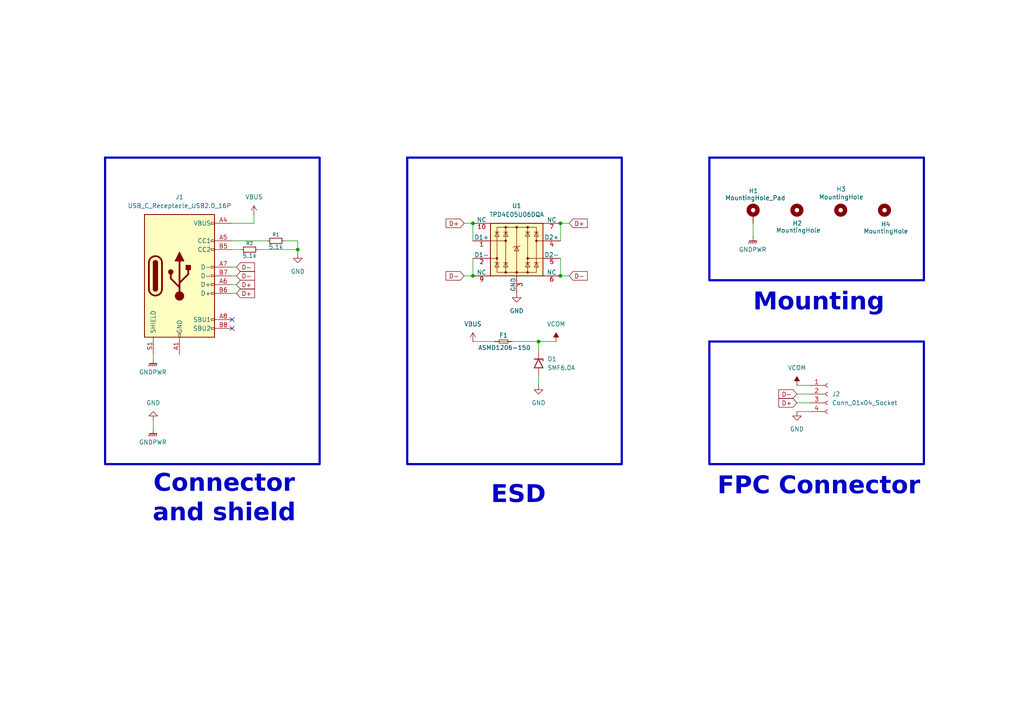
<source format=kicad_sch>
(kicad_sch (version 20250114) (generator "eeschema") (generator_version "9.0")
  (paper "A4")
  (lib_symbols
    (symbol "Connector:Conn_01x04_Socket" (pin_names (offset 1.016) (hide yes))
      (property "Reference" "J" (at 0 5.08 0))
      (property "Value" "Conn_01x04_Socket" (at 0 -7.62 0))
      (symbol "Conn_01x04_Socket_1_1"
        (polyline (pts (xy -1.27 2.54) (xy -0.508 2.54)) (stroke (width 0.1524)))
        (polyline (pts (xy -1.27 0) (xy -0.508 0)) (stroke (width 0.1524)))
        (polyline (pts (xy -1.27 -2.54) (xy -0.508 -2.54)) (stroke (width 0.1524)))
        (polyline (pts (xy -1.27 -5.08) (xy -0.508 -5.08)) (stroke (width 0.1524)))
        (arc (start 0 2.032) (mid -0.5058 2.54) (end 0 3.048) (stroke (width 0.1524)))
        (arc (start 0 -0.508) (mid -0.5058 0) (end 0 0.508) (stroke (width 0.1524)))
        (arc (start 0 -3.048) (mid -0.5058 -2.54) (end 0 -2.032) (stroke (width 0.1524)))
        (arc (start 0 -5.588) (mid -0.5058 -5.08) (end 0 -4.572) (stroke (width 0.1524)))
        (pin passive line (at -5.08 2.54 0) (length 3.81) (name "Pin_1") (number "1"))
        (pin passive line (at -5.08 0 0) (length 3.81) (name "Pin_2") (number "2"))
        (pin passive line (at -5.08 -2.54 0) (length 3.81) (name "Pin_3") (number "3"))
        (pin passive line (at -5.08 -5.08 0) (length 3.81) (name "Pin_4") (number "4"))
      )
    )
    (symbol "Connector:USB_C_Receptacle_USB2.0_16P" (pin_names (offset 1.016))
      (property "Reference" "J" (at 0 22.225 0))
      (property "Value" "USB_C_Receptacle_USB2.0_16P" (at 0 19.685 0))
      (symbol "USB_C_Receptacle_USB2.0_16P_0_0"
        (rectangle (start -0.254 -17.78) (end 0.254 -16.764))
        (rectangle (start 10.16 15.494) (end 9.144 14.986))
        (rectangle (start 10.16 10.414) (end 9.144 9.906))
        (rectangle (start 10.16 7.874) (end 9.144 7.366))
        (rectangle (start 10.16 2.794) (end 9.144 2.286))
        (rectangle (start 10.16 0.254) (end 9.144 -0.254))
        (rectangle (start 10.16 -2.286) (end 9.144 -2.794))
        (rectangle (start 10.16 -4.826) (end 9.144 -5.334))
        (rectangle (start 10.16 -12.446) (end 9.144 -12.954))
        (rectangle (start 10.16 -14.986) (end 9.144 -15.494))
      )
      (symbol "USB_C_Receptacle_USB2.0_16P_0_1"
        (rectangle (start -10.16 17.78) (end 10.16 -17.78) (stroke (width 0.254)) (fill (type background)))
        (polyline (pts (xy -8.89 -3.81) (xy -8.89 3.81)) (stroke (width 0.508)))
        (rectangle (start -7.62 -3.81) (end -6.35 3.81) (stroke (width 0.254)) (fill (type outline)))
        (arc (start -7.62 3.81) (mid -6.985 4.4423) (end -6.35 3.81) (stroke (width 0.254)))
        (arc (start -7.62 3.81) (mid -6.985 4.4423) (end -6.35 3.81) (stroke (width 0.254)) (fill (type outline)))
        (arc (start -8.89 3.81) (mid -6.985 5.7067) (end -5.08 3.81) (stroke (width 0.508)))
        (arc (start -5.08 -3.81) (mid -6.985 -5.7067) (end -8.89 -3.81) (stroke (width 0.508)))
        (arc (start -6.35 -3.81) (mid -6.985 -4.4423) (end -7.62 -3.81) (stroke (width 0.254)))
        (arc (start -6.35 -3.81) (mid -6.985 -4.4423) (end -7.62 -3.81) (stroke (width 0.254)) (fill (type outline)))
        (polyline (pts (xy -5.08 3.81) (xy -5.08 -3.81)) (stroke (width 0.508)))
        (circle (center -2.54 1.143) (radius 0.635) (stroke (width 0.254)) (fill (type outline)))
        (polyline (pts (xy -1.27 4.318) (xy 0 6.858) (xy 1.27 4.318) (xy -1.27 4.318)) (stroke (width 0.254)) (fill (type outline)))
        (polyline (pts (xy 0 -2.032) (xy 2.54 0.508) (xy 2.54 1.778)) (stroke (width 0.508)))
        (polyline (pts (xy 0 -3.302) (xy -2.54 -0.762) (xy -2.54 0.508)) (stroke (width 0.508)))
        (polyline (pts (xy 0 -5.842) (xy 0 4.318)) (stroke (width 0.508)))
        (circle (center 0 -5.842) (radius 1.27) (fill (type outline)))
        (rectangle (start 1.905 1.778) (end 3.175 3.048) (stroke (width 0.254)) (fill (type outline)))
      )
      (symbol "USB_C_Receptacle_USB2.0_16P_1_1"
        (pin passive line (at -7.62 -22.86 90) (length 5.08) (name "SHIELD") (number "S1"))
        (pin passive line (at 0 -22.86 90) (length 5.08) (name "GND") (number "A1"))
        (pin passive line (at 0 -22.86 90) (length 5.08) (hide yes) (name "GND") (number "A12"))
        (pin passive line (at 0 -22.86 90) (length 5.08) (hide yes) (name "GND") (number "B1"))
        (pin passive line (at 0 -22.86 90) (length 5.08) (hide yes) (name "GND") (number "B12"))
        (pin passive line (at 15.24 15.24 180) (length 5.08) (name "VBUS") (number "A4"))
        (pin passive line (at 15.24 15.24 180) (length 5.08) (hide yes) (name "VBUS") (number "A9"))
        (pin passive line (at 15.24 15.24 180) (length 5.08) (hide yes) (name "VBUS") (number "B4"))
        (pin passive line (at 15.24 15.24 180) (length 5.08) (hide yes) (name "VBUS") (number "B9"))
        (pin bidirectional line (at 15.24 10.16 180) (length 5.08) (name "CC1") (number "A5"))
        (pin bidirectional line (at 15.24 7.62 180) (length 5.08) (name "CC2") (number "B5"))
        (pin bidirectional line (at 15.24 2.54 180) (length 5.08) (name "D-") (number "A7"))
        (pin bidirectional line (at 15.24 0 180) (length 5.08) (name "D-") (number "B7"))
        (pin bidirectional line (at 15.24 -2.54 180) (length 5.08) (name "D+") (number "A6"))
        (pin bidirectional line (at 15.24 -5.08 180) (length 5.08) (name "D+") (number "B6"))
        (pin bidirectional line (at 15.24 -12.7 180) (length 5.08) (name "SBU1") (number "A8"))
        (pin bidirectional line (at 15.24 -15.24 180) (length 5.08) (name "SBU2") (number "B8"))
      )
    )
    (symbol "Device:Fuse_Small" (pin_numbers (hide yes)) (pin_names (offset 0.254) (hide yes))
      (property "Reference" "F" (at 0 -1.524 0))
      (property "Value" "Fuse_Small" (at 0 1.524 0))
      (symbol "Fuse_Small_0_1"
        (rectangle (start -1.27 0.508) (end 1.27 -0.508))
        (polyline (pts (xy -1.27 0) (xy 1.27 0)))
      )
      (symbol "Fuse_Small_1_1"
        (pin passive line (at -2.54 0 0) (length 1.27) (name "~") (number "1"))
        (pin passive line (at 2.54 0 180) (length 1.27) (name "~") (number "2"))
      )
    )
    (symbol "Device:R_Small" (pin_numbers (hide yes)) (pin_names (offset 0.254) (hide yes))
      (property "Reference" "R" (at 0 0 90))
      (property "Value" "R_Small" (at 1.778 0 90))
      (symbol "R_Small_0_1"
        (rectangle (start -0.762 1.778) (end 0.762 -1.778) (stroke (width 0.2032)))
      )
      (symbol "R_Small_1_1"
        (pin passive line (at 0 2.54 270) (length 0.762) (name "~") (number "1"))
        (pin passive line (at 0 -2.54 90) (length 0.762) (name "~") (number "2"))
      )
    )
    (symbol "Diode:SMF6V0A" (pin_numbers (hide yes)) (pin_names (offset 1.016) (hide yes))
      (property "Reference" "D" (at 0 2.54 0))
      (property "Value" "SMF6V0A" (at 0 -2.54 0))
      (symbol "SMF6V0A_0_1"
        (polyline (pts (xy -0.762 1.27) (xy -1.27 1.27) (xy -1.27 -1.27)) (stroke (width 0.254)))
        (polyline (pts (xy 1.27 1.27) (xy 1.27 -1.27) (xy -1.27 0) (xy 1.27 1.27)) (stroke (width 0.254)))
      )
      (symbol "SMF6V0A_1_1"
        (pin passive line (at -3.81 0 0) (length 2.54) (name "A1") (number "1"))
        (pin passive line (at 3.81 0 180) (length 2.54) (name "A2") (number "2"))
      )
    )
    (symbol "Mechanical:MountingHole" (pin_names (offset 1.016)) (in_bom no)
      (property "Reference" "H" (at 0 5.08 0))
      (property "Value" "MountingHole" (at 0 3.175 0))
      (symbol "MountingHole_0_1"
        (circle (center 0 0) (radius 1.27) (stroke (width 1.27)))
      )
    )
    (symbol "Mechanical:MountingHole_Pad" (pin_numbers (hide yes)) (pin_names (offset 1.016) (hide yes)) (in_bom no)
      (property "Reference" "H" (at 0 6.35 0))
      (property "Value" "MountingHole_Pad" (at 0 4.445 0))
      (symbol "MountingHole_Pad_0_1"
        (circle (center 0 1.27) (radius 1.27) (stroke (width 1.27)))
      )
      (symbol "MountingHole_Pad_1_1"
        (pin input line (at 0 -2.54 90) (length 2.54) (name "1") (number "1"))
      )
    )
    (symbol "Power_Protection:TPD4E05U06DQA" (pin_names (offset 0))
      (property "Reference" "U" (at -0.635 8.89 0))
      (property "Value" "TPD4E05U06DQA" (at 1.905 -10.16 0))
      (symbol "TPD4E05U06DQA_0_0"
        (rectangle (start -5.715 6.477) (end 5.715 -6.604))
        (polyline (pts (xy -3.175 -6.604) (xy -3.175 6.477)))
        (polyline (pts (xy 0 6.477) (xy 0 -6.604)))
        (polyline (pts (xy 3.175 6.477) (xy 3.175 -6.604)))
      )
      (symbol "TPD4E05U06DQA_0_1"
        (polyline (pts (xy -7.747 2.54) (xy -3.175 2.54)))
        (rectangle (start -7.62 7.62) (end 7.62 -7.62) (stroke (width 0.254)) (fill (type background)))
        (polyline (pts (xy -7.62 -2.54) (xy -5.715 -2.54)))
        (circle (center -5.715 -2.54) (radius 0.2794) (fill (type outline)))
        (polyline (pts (xy -5.08 5.08) (xy -6.35 5.08)))
        (polyline (pts (xy -5.08 3.81) (xy -6.35 3.81) (xy -5.715 5.08) (xy -5.08 3.81)))
        (polyline (pts (xy -5.08 -3.81) (xy -6.35 -3.81)))
        (polyline (pts (xy -5.08 -5.08) (xy -6.35 -5.08) (xy -5.715 -3.81) (xy -5.08 -5.08)))
        (circle (center -3.175 6.477) (radius 0.2794) (fill (type outline)))
        (circle (center -3.175 2.54) (radius 0.2794) (fill (type outline)))
        (circle (center -3.175 -6.604) (radius 0.2794) (fill (type outline)))
        (polyline (pts (xy -2.54 5.08) (xy -3.81 5.08)))
        (polyline (pts (xy -2.54 3.81) (xy -3.81 3.81) (xy -3.175 5.08) (xy -2.54 3.81)))
        (polyline (pts (xy -2.54 -3.81) (xy -3.81 -3.81)))
        (polyline (pts (xy -2.54 -5.08) (xy -3.81 -5.08) (xy -3.175 -3.81) (xy -2.54 -5.08)))
        (polyline (pts (xy -0.635 0.889) (xy -1.016 0.635)))
        (circle (center 0 6.477) (radius 0.2794) (fill (type outline)))
        (polyline (pts (xy 0 -6.604) (xy 0 -7.62)))
        (circle (center 0 -6.604) (radius 0.2794) (fill (type outline)))
        (polyline (pts (xy 0.635 0.889) (xy -0.635 0.889)))
        (polyline (pts (xy 0.635 0.889) (xy 1.016 1.143)))
        (polyline (pts (xy 0.635 -0.381) (xy -0.635 -0.381) (xy 0 0.889) (xy 0.635 -0.381)))
        (circle (center 3.175 6.477) (radius 0.2794) (fill (type outline)))
        (circle (center 3.175 -2.54) (radius 0.2794) (fill (type outline)))
        (circle (center 3.175 -6.604) (radius 0.2794) (fill (type outline)))
        (polyline (pts (xy 3.81 5.08) (xy 2.54 5.08)))
        (polyline (pts (xy 3.81 3.81) (xy 2.54 3.81) (xy 3.175 5.08) (xy 3.81 3.81)))
        (polyline (pts (xy 3.81 -3.81) (xy 2.54 -3.81)))
        (polyline (pts (xy 3.81 -5.08) (xy 2.54 -5.08) (xy 3.175 -3.81) (xy 3.81 -5.08)))
        (circle (center 5.715 2.54) (radius 0.2794) (fill (type outline)))
        (polyline (pts (xy 6.35 5.08) (xy 5.08 5.08)))
        (polyline (pts (xy 6.35 3.81) (xy 5.08 3.81) (xy 5.715 5.08) (xy 6.35 3.81)))
        (polyline (pts (xy 6.35 -3.81) (xy 5.08 -3.81)))
        (polyline (pts (xy 6.35 -5.08) (xy 5.08 -5.08) (xy 5.715 -3.81) (xy 6.35 -5.08)))
        (polyline (pts (xy 7.62 2.54) (xy 5.715 2.54)))
        (polyline (pts (xy 7.62 -2.54) (xy 3.175 -2.54)))
      )
      (symbol "TPD4E05U06DQA_1_1"
        (pin free line (at -12.7 7.62 0) (length 5.08) (name "NC") (number "10"))
        (pin passive line (at -12.7 2.54 0) (length 5.08) (name "D1+") (number "1"))
        (pin passive line (at -12.7 -2.54 0) (length 5.08) (name "D1-") (number "2"))
        (pin free line (at -12.7 -7.62 0) (length 5.08) (name "NC") (number "9"))
        (pin power_in line (at 0 -12.7 90) (length 5.08) (name "GND") (number "3"))
        (pin passive line (at 0 -12.7 90) (length 5.08) (hide yes) (name "GND") (number "8"))
        (pin free line (at 12.7 7.62 180) (length 5.08) (name "NC") (number "7"))
        (pin passive line (at 12.7 2.54 180) (length 5.08) (name "D2+") (number "4"))
        (pin passive line (at 12.7 -2.54 180) (length 5.08) (name "D2-") (number "5"))
        (pin free line (at 12.7 -7.62 180) (length 5.08) (name "NC") (number "6"))
      )
    )
    (symbol "power:GND" (power) (pin_numbers (hide yes)) (pin_names (offset 0) (hide yes))
      (property "Value" "GND" (at 0 -3.81 0))
      (symbol "GND_0_1"
        (polyline (pts (xy 0 0) (xy 0 -1.27) (xy 1.27 -1.27) (xy 0 -2.54) (xy -1.27 -1.27) (xy 0 -1.27)))
      )
      (symbol "GND_1_1"
        (pin power_in line (at 0 0 270) (length 0) (name "~") (number "1"))
      )
    )
    (symbol "power:GNDPWR" (power) (pin_numbers (hide yes)) (pin_names (offset 0) (hide yes))
      (property "Value" "GNDPWR" (at 0 -3.302 0))
      (symbol "GNDPWR_0_1"
        (polyline (pts (xy -1.016 -1.27) (xy -1.27 -2.032) (xy -1.27 -2.032)) (stroke (width 0.2032)))
        (polyline (pts (xy -0.508 -1.27) (xy -0.762 -2.032) (xy -0.762 -2.032)) (stroke (width 0.2032)))
        (polyline (pts (xy 0 -1.27) (xy 0 0)))
        (polyline (pts (xy 0 -1.27) (xy -0.254 -2.032) (xy -0.254 -2.032)) (stroke (width 0.2032)))
        (polyline (pts (xy 0.508 -1.27) (xy 0.254 -2.032) (xy 0.254 -2.032)) (stroke (width 0.2032)))
        (polyline (pts (xy 1.016 -1.27) (xy -1.016 -1.27) (xy -1.016 -1.27)) (stroke (width 0.2032)))
        (polyline (pts (xy 1.016 -1.27) (xy 0.762 -2.032) (xy 0.762 -2.032) (xy 0.762 -2.032)) (stroke (width 0.2032)))
      )
      (symbol "GNDPWR_1_1"
        (pin power_in line (at 0 0 270) (length 0) (name "~") (number "1"))
      )
    )
    (symbol "power:VBUS" (power) (pin_numbers (hide yes)) (pin_names (offset 0) (hide yes))
      (property "Value" "VBUS" (at 0 3.556 0))
      (symbol "VBUS_0_1"
        (polyline (pts (xy -0.762 1.27) (xy 0 2.54)))
        (polyline (pts (xy 0 2.54) (xy 0.762 1.27)))
        (polyline (pts (xy 0 0) (xy 0 2.54)))
      )
      (symbol "VBUS_1_1"
        (pin power_in line (at 0 0 90) (length 0) (name "~") (number "1"))
      )
    )
    (symbol "power:VCOM" (power) (pin_numbers (hide yes)) (pin_names (offset 0) (hide yes))
      (property "Value" "VCOM" (at 0 3.556 0))
      (symbol "VCOM_0_1"
        (polyline (pts (xy 0 0) (xy 0 2.54)))
        (polyline (pts (xy 0.762 1.27) (xy -0.762 1.27) (xy 0 2.54) (xy 0.762 1.27)) (fill (type outline)))
      )
      (symbol "VCOM_1_1"
        (pin power_in line (at 0 0 90) (length 0) (name "~") (number "1"))
      )
    )
  )
  (rectangle (start 205.74 99.06) (end 267.97 134.62) (stroke (width 0.635)))
  (rectangle (start 118.11 45.72) (end 180.34 134.62) (stroke (width 0.635)))
  (rectangle (start 205.74 45.72) (end 267.97 81.28) (stroke (width 0.635)))
  (rectangle (start 30.48 45.72) (end 92.71 134.62) (stroke (width 0.635)))
  (text "FPC Connector" (at 237.49 142.494 0) (effects (font (size 5.08 5.08) (thickness 0.254) (bold yes))))
  (text "Connector\nand shield" (at 65.024 146.05 0) (effects (font (size 5.08 5.08) (thickness 0.254) (bold yes))))
  (text "Mounting" (at 237.49 89.154 0) (effects (font (size 5.08 5.08) (thickness 0.254) (bold yes))))
  (text "ESD" (at 150.368 145.034 0) (effects (font (size 5.08 5.08) (thickness 0.254) (bold yes))))
  (junction (at 162.56 64.77))
  (junction (at 156.21 99.06))
  (junction (at 137.16 80.01))
  (junction (at 162.56 80.01))
  (junction (at 86.36 72.39))
  (junction (at 137.16 64.77))
  (no_connect (at 67.31 95.25))
  (no_connect (at 67.31 92.71))
  (wire (pts (xy 231.14 111.76) (xy 234.95 111.76)))
  (wire (pts (xy 162.56 80.01) (xy 165.1 80.01)))
  (wire (pts (xy 73.66 62.23) (xy 73.66 64.77)))
  (wire (pts (xy 74.93 72.39) (xy 86.36 72.39)))
  (wire (pts (xy 231.14 114.3) (xy 234.95 114.3)))
  (wire (pts (xy 68.58 85.09) (xy 67.31 85.09)))
  (wire (pts (xy 68.58 82.55) (xy 67.31 82.55)))
  (wire (pts (xy 68.58 77.47) (xy 67.31 77.47)))
  (wire (pts (xy 137.16 80.01) (xy 137.16 74.93)))
  (wire (pts (xy 86.36 73.66) (xy 86.36 72.39)))
  (wire (pts (xy 137.16 64.77) (xy 137.16 69.85)))
  (wire (pts (xy 218.44 68.58) (xy 218.44 64.77)))
  (wire (pts (xy 134.62 64.77) (xy 137.16 64.77)))
  (wire (pts (xy 137.16 99.06) (xy 143.51 99.06)))
  (wire (pts (xy 67.31 69.85) (xy 77.47 69.85)))
  (wire (pts (xy 82.55 69.85) (xy 86.36 69.85)))
  (wire (pts (xy 44.45 124.46) (xy 44.45 121.92)))
  (wire (pts (xy 68.58 80.01) (xy 67.31 80.01)))
  (wire (pts (xy 162.56 64.77) (xy 162.56 69.85)))
  (wire (pts (xy 156.21 99.06) (xy 161.29 99.06)))
  (wire (pts (xy 86.36 69.85) (xy 86.36 72.39)))
  (wire (pts (xy 231.14 119.38) (xy 234.95 119.38)))
  (wire (pts (xy 134.62 80.01) (xy 137.16 80.01)))
  (wire (pts (xy 73.66 64.77) (xy 67.31 64.77)))
  (wire (pts (xy 165.1 64.77) (xy 162.56 64.77)))
  (wire (pts (xy 162.56 74.93) (xy 162.56 80.01)))
  (wire (pts (xy 156.21 99.06) (xy 156.21 101.6)))
  (wire (pts (xy 148.59 99.06) (xy 156.21 99.06)))
  (wire (pts (xy 231.14 116.84) (xy 234.95 116.84)))
  (wire (pts (xy 44.45 104.14) (xy 44.45 102.87)))
  (wire (pts (xy 67.31 72.39) (xy 69.85 72.39)))
  (wire (pts (xy 156.21 109.22) (xy 156.21 111.76)))
  (global_label "D-" (shape input) (at 68.58 77.47 0) (property "Intersheetrefs" "${INTERSHEET_REFS}" (effects (hide yes))))
  (global_label "D-" (shape input) (at 68.58 80.01 0) (property "Intersheetrefs" "${INTERSHEET_REFS}" (effects (hide yes))))
  (global_label "D+" (shape input) (at 134.62 64.77 180) (property "Intersheetrefs" "${INTERSHEET_REFS}" (effects (hide yes))))
  (global_label "D-" (shape input) (at 231.14 114.3 180) (property "Intersheetrefs" "${INTERSHEET_REFS}" (effects (hide yes))))
  (global_label "D-" (shape input) (at 134.62 80.01 180) (property "Intersheetrefs" "${INTERSHEET_REFS}" (effects (hide yes))))
  (global_label "D+" (shape input) (at 68.58 82.55 0) (property "Intersheetrefs" "${INTERSHEET_REFS}" (effects (hide yes))))
  (global_label "D-" (shape input) (at 165.1 80.01 0) (property "Intersheetrefs" "${INTERSHEET_REFS}" (effects (hide yes))))
  (global_label "D+" (shape input) (at 231.14 116.84 180) (property "Intersheetrefs" "${INTERSHEET_REFS}" (effects (hide yes))))
  (global_label "D+" (shape input) (at 165.1 64.77 0) (property "Intersheetrefs" "${INTERSHEET_REFS}" (effects (hide yes))))
  (global_label "D+" (shape input) (at 68.58 85.09 0) (property "Intersheetrefs" "${INTERSHEET_REFS}" (effects (hide yes))))
  (symbol (lib_id "Mechanical:MountingHole") (at 256.54 60.96 0) (unit 1) (in_bom no)
    (property "Reference" "H4" (at 255.524 65.024 0) (effects (justify left)))
    (property "Value" "MountingHole" (at 250.444 67.056 0) (effects (justify left)))
    (property "Footprint" "MountingHole:MountingHole_2.2mm_M2" (effects (hide yes)))
    (property "Description" "Mounting Hole without connection" (effects (hide yes)))
  )
  (symbol (lib_id "Diode:SMF6V0A") (at 156.21 105.41 270) (unit 1)
    (property "Reference" "D1" (at 158.75 104.1399 90) (effects (justify left)))
    (property "Value" "SMF6.0A" (at 158.75 106.6799 90) (effects (justify left)))
    (property "Footprint" "Diode_SMD:D_SOD-123" (effects (hide yes)))
    (property "Datasheet" "https://www.vishay.com/doc?85881" (effects (hide yes)))
    (property "Description" "200W unidirectional Transil Transient Voltage Suppressor, 6Vrwm, SMF" (effects (hide yes)))
  )
  (symbol (lib_id "Mechanical:MountingHole_Pad") (at 218.44 62.23 0) (unit 1) (in_bom no)
    (property "Reference" "H1" (at 217.17 55.372 0) (effects (justify left)))
    (property "Value" "MountingHole_Pad" (at 210.312 57.404 0) (effects (justify left)))
    (property "Footprint" "MountingHole:MountingHole_2.2mm_M2_DIN965_Pad" (effects (hide yes)))
    (property "Description" "Mounting Hole with connection" (effects (hide yes)))
  )
  (symbol (lib_id "power:VBUS") (at 73.66 62.23 0) (unit 1)
    (property "Reference" "#PWR01" (effects (hide yes)))
    (property "Value" "VBUS" (at 73.66 57.15 0))
    (property "Description" "Power symbol creates a global label with name \"VBUS\"" (effects (hide yes)))
  )
  (symbol (lib_id "power:GND") (at 44.45 121.92 180) (unit 1)
    (property "Reference" "#PWR04" (effects (hide yes)))
    (property "Value" "GND" (at 44.45 116.84 0))
    (property "Description" "Power symbol creates a global label with name \"GND\" , ground" (effects (hide yes)))
  )
  (symbol (lib_id "Device:R_Small") (at 72.39 72.39 90) (unit 1)
    (property "Reference" "R2" (at 72.39 70.612 90) (effects (font (size 1.016 1.016))))
    (property "Value" "5.1k" (at 72.39 74.168 90))
    (property "Footprint" "Resistor_SMD:R_0402_1005Metric" (effects (hide yes)))
    (property "Description" "Resistor, small symbol" (effects (hide yes)))
  )
  (symbol (lib_id "power:GNDPWR") (at 218.44 68.58 0) (unit 1)
    (property "Reference" "#PWR09" (effects (hide yes)))
    (property "Value" "GNDPWR" (at 218.313 72.39 0))
    (property "Description" "Power symbol creates a global label with name \"GNDPWR\" , global ground" (effects (hide yes)))
  )
  (symbol (lib_id "power:VBUS") (at 137.16 99.06 0) (unit 1)
    (property "Reference" "#PWR06" (effects (hide yes)))
    (property "Value" "VBUS" (at 137.16 93.98 0))
    (property "Description" "Power symbol creates a global label with name \"VBUS\"" (effects (hide yes)))
  )
  (symbol (lib_id "Connector:Conn_01x04_Socket") (at 240.03 114.3 0) (unit 1)
    (property "Reference" "J2" (at 241.3 114.2999 0) (effects (justify left)))
    (property "Value" "Conn_01x04_Socket" (at 241.3 116.8399 0) (effects (justify left)))
    (property "Footprint" "Connector_FFC-FPC:Amphenol_F32R-1A7x1-11004_1x04-1MP_P0.5mm_Horizontal" (effects (hide yes)))
    (property "Description" "Generic connector, single row, 01x04, script generated" (effects (hide yes)))
  )
  (symbol (lib_id "power:GND") (at 149.86 85.09 0) (unit 1)
    (property "Reference" "#PWR012" (effects (hide yes)))
    (property "Value" "GND" (at 149.86 90.17 0))
    (property "Description" "Power symbol creates a global label with name \"GND\" , ground" (effects (hide yes)))
  )
  (symbol (lib_id "power:VCOM") (at 231.14 111.76 0) (unit 1)
    (property "Reference" "#PWR011" (effects (hide yes)))
    (property "Value" "VCOM" (at 231.14 106.68 0))
    (property "Description" "Power symbol creates a global label with name \"VCOM\"" (effects (hide yes)))
  )
  (symbol (lib_id "power:GND") (at 86.36 73.66 0) (unit 1)
    (property "Reference" "#PWR02" (effects (hide yes)))
    (property "Value" "GND" (at 86.36 78.74 0))
    (property "Description" "Power symbol creates a global label with name \"GND\" , ground" (effects (hide yes)))
  )
  (symbol (lib_id "Connector:USB_C_Receptacle_USB2.0_16P") (at 52.07 80.01 0) (unit 1)
    (property "Reference" "J1" (at 52.07 57.15 0))
    (property "Value" "USB_C_Receptacle_USB2.0_16P" (at 52.07 59.69 0))
    (property "Footprint" "Connector_USB:USB_C_Receptacle_HRO_TYPE-C-31-M-12" (effects (hide yes)))
    (property "Datasheet" "https://www.usb.org/sites/default/files/documents/usb_type-c.zip" (effects (hide yes)))
    (property "Description" "USB 2.0-only 16P Type-C Receptacle connector" (effects (hide yes)))
  )
  (symbol (lib_id "power:GND") (at 231.14 119.38 0) (unit 1)
    (property "Reference" "#PWR010" (effects (hide yes)))
    (property "Value" "GND" (at 231.14 124.46 0))
    (property "Description" "Power symbol creates a global label with name \"GND\" , ground" (effects (hide yes)))
  )
  (symbol (lib_id "Mechanical:MountingHole") (at 231.14 60.96 0) (unit 1) (in_bom no)
    (property "Reference" "H2" (at 229.87 64.77 0) (effects (justify left)))
    (property "Value" "MountingHole" (at 225.044 66.802 0) (effects (justify left)))
    (property "Footprint" "MountingHole:MountingHole_2.2mm_M2" (effects (hide yes)))
    (property "Description" "Mounting Hole without connection" (effects (hide yes)))
  )
  (symbol (lib_id "power:GND") (at 156.21 111.76 0) (unit 1)
    (property "Reference" "#PWR07" (effects (hide yes)))
    (property "Value" "GND" (at 156.21 116.84 0))
    (property "Description" "Power symbol creates a global label with name \"GND\" , ground" (effects (hide yes)))
  )
  (symbol (lib_id "power:VCOM") (at 161.29 99.06 0) (unit 1)
    (property "Reference" "#PWR08" (effects (hide yes)))
    (property "Value" "VCOM" (at 161.29 93.98 0))
    (property "Description" "Power symbol creates a global label with name \"VCOM\"" (effects (hide yes)))
  )
  (symbol (lib_id "power:GNDPWR") (at 44.45 124.46 0) (unit 1)
    (property "Reference" "#PWR05" (effects (hide yes)))
    (property "Value" "GNDPWR" (at 44.323 128.27 0))
    (property "Description" "Power symbol creates a global label with name \"GNDPWR\" , global ground" (effects (hide yes)))
  )
  (symbol (lib_id "Power_Protection:TPD4E05U06DQA") (at 149.86 72.39 0) (unit 1)
    (property "Reference" "U1" (at 149.86 59.69 0))
    (property "Value" "TPD4E05U06DQA" (at 149.86 62.23 0))
    (property "Footprint" "Package_SON:USON-10_2.5x1.0mm_P0.5mm" (effects (hide yes)))
    (property "Datasheet" "https://www.ti.com/lit/ds/symlink/tpd4e05u06.pdf" (effects (hide yes)))
    (property "Description" "4-Channel ESD Protection for Super-Speed USB 3.0 Interface, USON-10" (effects (hide yes)))
  )
  (symbol (lib_id "Device:R_Small") (at 80.01 69.85 90) (unit 1)
    (property "Reference" "R1" (at 80.01 68.072 90) (effects (font (size 1.016 1.016))))
    (property "Value" "5.1k" (at 80.01 71.628 90))
    (property "Footprint" "Resistor_SMD:R_0402_1005Metric" (effects (hide yes)))
    (property "Description" "Resistor, small symbol" (effects (hide yes)))
  )
  (symbol (lib_id "Mechanical:MountingHole") (at 243.84 60.96 0) (unit 1) (in_bom no)
    (property "Reference" "H3" (at 242.57 54.864 0) (effects (justify left)))
    (property "Value" "MountingHole" (at 237.49 57.15 0) (effects (justify left)))
    (property "Footprint" "MountingHole:MountingHole_2.2mm_M2" (effects (hide yes)))
    (property "Description" "Mounting Hole without connection" (effects (hide yes)))
  )
  (symbol (lib_id "power:GNDPWR") (at 44.45 104.14 0) (unit 1)
    (property "Reference" "#PWR03" (effects (hide yes)))
    (property "Value" "GNDPWR" (at 44.323 107.95 0))
    (property "Description" "Power symbol creates a global label with name \"GNDPWR\" , global ground" (effects (hide yes)))
  )
  (symbol (lib_id "Device:Fuse_Small") (at 146.05 99.06 0) (unit 1)
    (property "Reference" "F1" (at 146.05 97.282 0))
    (property "Value" "ASMD1206-150" (at 146.304 100.838 0))
    (property "Footprint" "Fuse:Fuse_1206_3216Metric" (effects (hide yes)))
    (property "Description" "Fuse, small symbol" (effects (hide yes)))
  )
)
</source>
